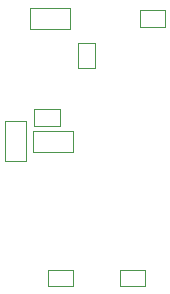
<source format=gbr>
%TF.GenerationSoftware,Altium Limited,Altium Designer,18.1.9 (240)*%
G04 Layer_Color=16711935*
%FSLAX45Y45*%
%MOMM*%
%TF.FileFunction,Other,Mechanical_13*%
%TF.Part,Single*%
G01*
G75*
%TA.AperFunction,NonConductor*%
%ADD39C,0.10000*%
D39*
X1455000Y2400000D02*
Y2540000D01*
X1240000Y2400000D02*
Y2540000D01*
X1455000D01*
X1240000Y2400000D02*
X1455000D01*
X717500Y2262740D02*
X857500D01*
X717500Y2047740D02*
X857500D01*
X717500D02*
Y2262740D01*
X857500Y2047740D02*
Y2262740D01*
X1070000Y200000D02*
Y340000D01*
X1285000Y200000D02*
Y340000D01*
X1070000Y200000D02*
X1285000D01*
X1070000Y340000D02*
X1285000D01*
X462500Y200000D02*
Y340000D01*
X677500Y200000D02*
Y340000D01*
X462500Y200000D02*
X677500D01*
X462500Y340000D02*
X677500D01*
X310000Y2558800D02*
X650000D01*
X310000Y2378800D02*
X650000D01*
Y2558800D01*
X310000Y2378800D02*
Y2558800D01*
X567500Y1560000D02*
Y1700000D01*
X347500Y1560000D02*
Y1700000D01*
X567500D01*
X347500Y1560000D02*
X567500D01*
X332500Y1340000D02*
X672500D01*
X332500Y1520000D02*
X672500D01*
X332500Y1340000D02*
Y1520000D01*
X672500Y1340000D02*
Y1520000D01*
X95100Y1260000D02*
Y1600000D01*
X275100Y1260000D02*
Y1600000D01*
X95100D02*
X275100D01*
X95100Y1260000D02*
X275100D01*
%TF.MD5,ac1d7d779b98b9ad5a84544885a0c124*%
M02*

</source>
